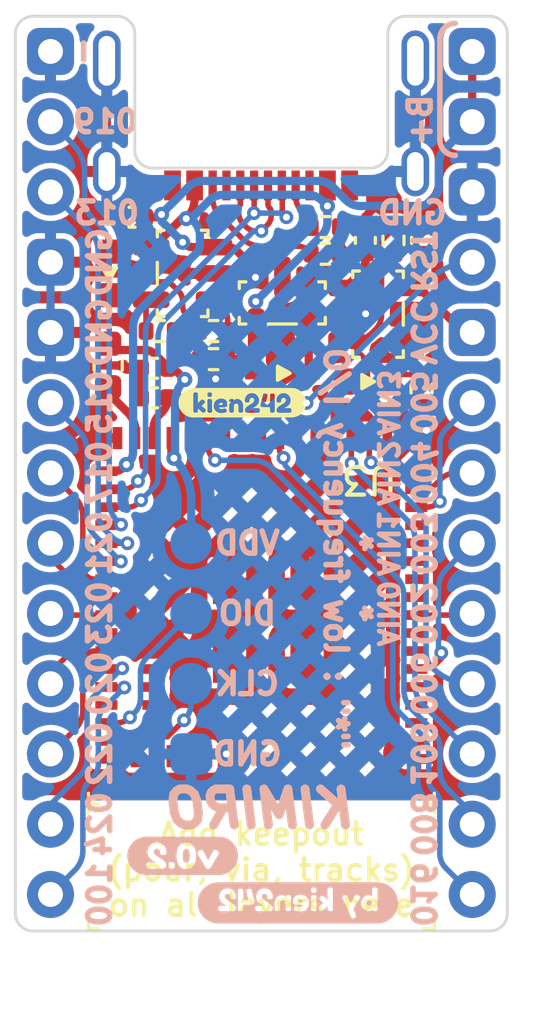
<source format=kicad_pcb>
(kicad_pcb (version 20211014) (generator pcbnew)
  (layers (0 "F.Cu" signal) (31 "B.Cu" signal) (34 "B.Paste" user) (35 "F.Paste" user) (36 "B.SilkS" user "B.Silkscreen") (37 "F.SilkS" user "F.Silkscreen") (38 "B.Mask" user) (39 "F.Mask" user) (44 "Edge.Cuts" user))
  (net 0 "")
  (net 1 "VBUS")
  (net 2 "GND")
  (net 3 "VDDH")
  (net 4 "VBAT")
  (net 6 "VCC")
  (net 7 "Net-(D2-Pad1)")
  (net 8 "Net-(J2-PadA5)")
  (net 9 "D+")
  (net 10 "D-")
  (net 12 "Net-(J2-PadB5)")
  (net 14 "DCCH")
  (net 15 "POWER_PIN")
  (net 16 "SWCLK")
  (net 17 "SWDIO")
  (net 31 "RST")
  (net 44 "VDD")
  (net 45 "LED")
  (net 48 "Net-(D3-Pad1)")
  (net 49 "Net-(R4-Pad2)")
  (net 50 "Net-(R5-Pad1)")
  (net 52 "019")
  (net 53 "013")
  (net 54 "015")
  (net 55 "017")
  (net 56 "021")
  (net 57 "023")
  (net 58 "020")
  (net 59 "022")
  (net 60 "024")
  (net 61 "100")
  (net 62 "005")
  (net 63 "004")
  (net 64 "003")
  (net 65 "002")
  (net 66 "006")
  (net 67 "108")
  (net 68 "008")
  (net 69 "016")
  (footprint "Diode_SMD:D_SOD-323" (layer "F.Cu") (at 76.962 45.9232 180)
    (fp_text reference "D1")
    (fp_text value "1N5819")
  )
  (footprint "Resistor_SMD:R_0402_1005Metric" (layer "F.Cu") (at 78.5114 40.64)
    (fp_text reference "R1")
    (fp_text value "5.1K")
  )
  (footprint "kibuzzard-62E24B57" (layer "F.Cu") (at 75.5142 46.99)
    (fp_text reference "kibuzzard-62E24B57" hide)
    (fp_text value "G***" hide)
  )
  (footprint "Inductor_SMD:L_0603_1608Metric" (layer "F.Cu") (at 70.6628 45.6438 90)
    (fp_text reference "L1")
    (fp_text value "10uH")
  )
  (footprint "Capacitor_SMD:C_0402_1005Metric" (layer "F.Cu") (at 72.3392 45.7454 180)
    (fp_text reference "C7")
    (fp_text value "10uF")
  )
  (footprint "Resistor_SMD:R_0402_1005Metric" (layer "F.Cu") (at 81.9912 46.482 90)
    (fp_text reference "R11")
    (fp_text value "1K")
  )
  (footprint "Resistor_SMD:R_0402_1005Metric" (layer "F.Cu") (at 72.5424 44.3992)
    (fp_text reference "R5")
    (fp_text value "RPROG")
  )
  (footprint "kien242:USB-C-Low" (layer "F.Cu") (at 76.1894 38.6265)
    (fp_text reference "J2")
    (fp_text value "USB_C_Left")
  )
  (footprint "Resistor_SMD:R_0402_1005Metric" (layer "F.Cu") (at 78.5114 41.6052 180)
    (fp_text reference "R2")
    (fp_text value "5.1K")
  )
  (footprint "LED_SMD:LED_0603_1608Metric" (layer "F.Cu") (at 70.7136 42.3164 90)
    (fp_text reference "D3")
    (fp_text value "BLUE")
  )
  (footprint "Resistor_SMD:R_0402_1005Metric" (layer "F.Cu") (at 80.9752 41.1226 -90)
    (fp_text reference "R10")
    (fp_text value "10K")
  )
  (footprint "Package_TO_SOT_SMD:SOT-23-5" (layer "F.Cu") (at 73.3552 42.3164 180)
    (fp_text reference "U1")
    (fp_text value "TP4054")
  )
  (footprint "LED_SMD:LED_0603_1608Metric" (layer "F.Cu") (at 80.0354 46.228 180)
    (fp_text reference "D2")
    (fp_text value "BLUE")
  )
  (footprint "Package_TO_SOT_SMD:SOT-23" (layer "F.Cu") (at 76.962 43.3832 90)
    (fp_text reference "Q1")
    (fp_text value "AO3407")
  )
  (footprint "Capacitor_SMD:C_0402_1005Metric" (layer "F.Cu") (at 72.3392 46.8122 180)
    (fp_text reference "C8")
    (fp_text value "0.1uF")
  )
  (footprint "Capacitor_SMD:C_0402_1005Metric" (layer "F.Cu") (at 79.9592 41.1226 -90)
    (fp_text reference "C5")
    (fp_text value "10uF")
  )
  (footprint "Package_TO_SOT_SMD:SOT-23-5" (layer "F.Cu") (at 80.4164 43.7896)
    (fp_text reference "U4")
    (fp_text value "XC6220B331MR")
  )
  (footprint "Resistor_SMD:R_0402_1005Metric" (layer "F.Cu") (at 74.4728 44.3992)
    (fp_text reference "R4")
    (fp_text value "1K")
  )
  (footprint "kien242:MS88SF3-nRF52840" (layer "F.Cu") (at 76.2 56.769 180)
    (fp_text reference "U3")
    (fp_text value "MS88FS3")
  )
  (footprint "Kimiro-library:Conn_1x13_P2.54mm" (layer "F.Cu") (at 83.82 34.29)
    (fp_text reference "J4")
    (fp_text value "Right")
  )
  (footprint "Capacitor_SMD:C_0402_1005Metric" (layer "F.Cu") (at 81.9912 41.1226 -90)
    (fp_text reference "C6")
    (fp_text value "4.7uF")
  )
  (footprint "Capacitor_SMD:C_0402_1005Metric" (layer "F.Cu") (at 71.5264 40.2844 180)
    (fp_text reference "C1")
    (fp_text value "10nF")
  )
  (footprint "Kimiro-library:Conn_1x13_P2.54mm" (layer "F.Cu") (at 68.58 34.29)
    (fp_text reference "J3")
    (fp_text value "Left")
  )
  (footprint "Resistor_SMD:R_0402_1005Metric" (layer "F.Cu") (at 74.4728 45.4152 180)
    (fp_text reference "R3")
    (fp_text value "R")
  )
  (footprint "kibuzzard-62E126A5" (layer "B.Cu") (at 73.3552 63.373 180)
    (fp_text reference "kibuzzard-62E126A5" hide)
    (fp_text value "G***" hide)
  )
  (footprint "kibuzzard-62E129EE" (layer "B.Cu") (at 77.5208 65.0748 180)
    (fp_text reference "kibuzzard-62E129EE" hide)
    (fp_text value "G***" hide)
  )
  (footprint "Kimiro-library:Conn_1x04_P2.54mm" (layer "B.Cu") (at 73.66 55.88 90)
    (fp_text reference "J1")
    (fp_text value "Conn_01x04")
  )
  (gr_line (start 82.6516 37.4904) (end 82.6516 33.8328) (layer "B.SilkS") (width 0.2))
  (gr_arc (start 83.2104 38.0492) (mid 82.815269 37.885531) (end 82.6516 37.4904) (layer "B.SilkS") (width 0.2))
  (gr_arc (start 82.6516 33.8328) (mid 82.815269 33.437669) (end 83.2104 33.274) (layer "B.SilkS") (width 0.2))
  (gr_arc (start 70.993 33.02) (mid 71.442013 33.205987) (end 71.628 33.655) (layer "Edge.Cuts") (width 0.1))
  (gr_line (start 67.31 65.4558) (end 67.31 33.655) (layer "Edge.Cuts") (width 0.1))
  (gr_arc (start 85.09 65.4558) (mid 84.904013 65.904813) (end 84.455 66.0908) (layer "Edge.Cuts") (width 0.1))
  (gr_line (start 81.407 33.02) (end 84.455 33.02) (layer "Edge.Cuts") (width 0.1))
  (gr_line (start 85.09 62.468) (end 85.09 36.592) (layer "Edge.Cuts") (width 0.1))
  (gr_arc (start 80.772 33.655) (mid 80.957987 33.205987) (end 81.407 33.02) (layer "Edge.Cuts") (width 0.1))
  (gr_line (start 80.772 33.655) (end 80.772 37.8714) (layer "Edge.Cuts") (width 0.1))
  (gr_arc (start 80.772 37.8714) (mid 80.586013 38.320413) (end 80.137 38.5064) (layer "Edge.Cuts") (width 0.1))
  (gr_line (start 85.09 62.468) (end 85.09 65.4558) (layer "Edge.Cuts") (width 0.1))
  (gr_line (start 67.945 66.0908) (end 84.455 66.0908) (layer "Edge.Cuts") (width 0.1))
  (gr_line (start 72.263 38.5064) (end 80.137 38.5064) (layer "Edge.Cuts") (width 0.1))
  (gr_line (start 70.993 33.02) (end 67.945 33.02) (layer "Edge.Cuts") (width 0.1))
  (gr_arc (start 67.31 33.655) (mid 67.495987 33.205987) (end 67.945 33.02) (layer "Edge.Cuts") (width 0.1))
  (gr_arc (start 72.263 38.5064) (mid 71.813987 38.320413) (end 71.628 37.8714) (layer "Edge.Cuts") (width 0.1))
  (gr_line (start 71.628 33.655) (end 71.628 37.8714) (layer "Edge.Cuts") (width 0.1))
  (gr_arc (start 84.455 33.02) (mid 84.904013 33.205987) (end 85.09 33.655) (layer "Edge.Cuts") (width 0.1))
  (gr_arc (start 67.945 66.0908) (mid 67.495987 65.904813) (end 67.31 65.4558) (layer "Edge.Cuts") (width 0.1))
  (gr_line (start 85.09 36.592) (end 85.09 33.655) (layer "Edge.Cuts") (width 0.1))
  (gr_text "RST" (at 82.042 41.91 270) (layer "B.SilkS") (effects (font (size 0.8 0.8) (thickness 0.2)) (justify mirror)))
  (gr_text "*" (at 80.264 54.61 90) (layer "B.SilkS") (effects (font (size 0.8 0.8) (thickness 0.2)) (justify mirror)))
  (gr_text "108" (at 82.042 59.69 270) (layer "B.SilkS") (effects (font (size 0.8 0.8) (thickness 0.2)) (justify mirror)))
  (gr_text "AIN2" (at 80.772 49.53 270) (layer "B.SilkS") (effects (font (size 0.7 0.7) (thickness 0.175)) (justify mirror)))
  (gr_text "006" (at 82.042 57.15 270) (layer "B.SilkS") (effects (font (size 0.8 0.8) (thickness 0.2)) (justify mirror)))
  (gr_text "022" (at 70.358 59.69 90) (layer "B.SilkS") (effects (font (size 0.8 0.8) (thickness 0.2)) (justify mirror)))
  (gr_text "GND" (at 70.358 41.91 90) (layer "B.SilkS") (effects (font (size 0.8 0.8) (thickness 0.2)) (justify mirror)))
  (gr_text "024" (at 70.358 62.23 90) (layer "B.SilkS") (effects (font (size 0.8 0.8) (thickness 0.2)) (justify mirror)))
  (gr_text "016\n" (at 82.042 64.77 270) (layer "B.SilkS") (effects (font (size 0.8 0.8) (thickness 0.2)) (justify mirror)))
  (gr_text "015\n" (at 70.358 46.99 90) (layer "B.SilkS") (effects (font (size 0.8 0.8) (thickness 0.2)) (justify mirror)))
  (gr_text "CLK" (at 75.692 57.15) (layer "B.SilkS") (effects (font (size 0.8 0.8) (thickness 0.2)) (justify mirror)))
  (gr_text "017" (at 70.358 49.53 90) (layer "B.SilkS") (effects (font (size 0.8 0.8) (thickness 0.2)) (justify mirror)))
  (gr_text "005" (at 82.042 46.99 270) (layer "B.SilkS") (effects (font (size 0.8 0.8) (thickness 0.2)) (justify mirror)))
  (gr_text "{dblquote}*{dblquote} : low frequency I/O" (at 78.8924 52.2732 270) (layer "B.SilkS") (effects (font (size 0.8 0.8) (thickness 0.2)) (justify mirror)))
  (gr_text "002" (at 82.042 54.61 270) (layer "B.SilkS") (effects (font (size 0.8 0.8) (thickness 0.2)) (justify mirror)))
  (gr_text "B+" (at 81.9404 36.7792 90) (layer "B.SilkS") (effects (font (size 0.8 0.8) (thickness 0.2)) (justify mirror)))
  (gr_text "VDD" (at 75.692 52.07) (layer "B.SilkS") (effects (font (size 0.8 0.8) (thickness 0.2)) (justify mirror)))
  (gr_text "DIO" (at 75.692 54.61) (layer "B.SilkS") (effects (font (size 0.8 0.8) (thickness 0.2)) (justify mirror)))
  (gr_text "023" (at 70.358 54.61 90) (layer "B.SilkS") (effects (font (size 0.8 0.8) (thickness 0.2)) (justify mirror)))
  (gr_text "-" (at 69.723 34.29 90) (layer "B.SilkS") (effects (font (size 0.8 0.8) (thickness 0.2)) (justify mirror)))
  (gr_text "GND" (at 81.661 40.12695) (layer "B.SilkS") (effects (font (size 0.8 0.8) (thickness 0.2)) (justify mirror)))
  (gr_text "VCC" (at 82.042 44.45 270) (layer "B.SilkS") (effects (font (size 0.8 0.8) (thickness 0.2)) (justify mirror)))
  (gr_text "004" (at 82.042 49.53 270) (layer "B.SilkS") (effects (font (size 0.8 0.8) (thickness 0.2)) (justify mirror)))
  (gr_text "021" (at 70.358 52.07 90) (layer "B.SilkS") (effects (font (size 0.8 0.8) (thickness 0.2)) (justify mirror)))
  (gr_text "008" (at 82.042 62.23 270) (layer "B.SilkS") (effects (font (size 0.8 0.8) (thickness 0.2)) (justify mirror)))
  (gr_text "GND" (at 75.692 59.69) (layer "B.SilkS") (effects (font (size 0.8 0.8) (thickness 0.2)) (justify mirror)))
  (gr_text "003" (at 82.042 52.07 270) (layer "B.SilkS") (effects (font (size 0.8 0.8) (thickness 0.2)) (justify mirror)))
  (gr_text "*" (at 80.264 52.07 90) (layer "B.SilkS") (effects (font (size 0.8 0.8) (thickness 0.2)) (justify mirror)))
  (gr_text "AIN0" (at 80.772 54.61 270) (layer "B.SilkS") (effects (font (size 0.7 0.7) (thickness 0.175)) (justify mirror)))
  (gr_text "013\n" (at 70.612 40.132) (layer "B.SilkS") (effects (font (size 0.8 0.8) (thickness 0.2)) (justify mirror)))
  (gr_text "AIN1" (at 80.772 52.07 270) (layer "B.SilkS") (effects (font (size 0.7 0.7) (thickness 0.175)) (justify mirror)))
  (gr_text "020" (at 70.358 57.15 90) (layer "B.SilkS") (effects (font (size 0.8 0.8) (thickness 0.2)) (justify mirror)))
  (gr_text "KIMIRO" (at 76.2 61.6712) (layer "B.SilkS") (effects (font (size 1.3 1.3) (thickness 0.325) italic) (justify mirror)))
  (gr_text "100" (at 70.358 64.77 90) (layer "B.SilkS") (effects (font (size 0.8 0.8) (thickness 0.2)) (justify mirror)))
  (gr_text "GND" (at 70.358 44.45 90) (layer "B.SilkS") (effects (font (size 0.8 0.8) (thickness 0.2)) (justify mirror)))
  (gr_text "019" (at 70.5612 36.83) (layer "B.SilkS") (effects (font (size 0.8 0.8) (thickness 0.2)) (justify mirror)))
  (gr_text "AIN3" (at 80.772 46.99 270) (layer "B.SilkS") (effects (font (size 0.7 0.7) (thickness 0.175)) (justify mirror)))
  (segment (start 73.7894 39.613786) (end 73.7894 39.1345) (width 0.3) (layer "F.Cu") (net 1))
  (segment (start 73.4822 40.3352) (end 73.496507 40.320893) (width 0.3) (layer "F.Cu") (net 1))
  (segment (start 73.323931 40.3352) (end 72.292731 41.3664) (width 0.3) (layer "F.Cu") (net 1))
  (segment (start 72.292731 41.3664) (end 71.0793 41.3664) (width 0.3) (layer "F.Cu") (net 1))
  (segment (start 71.0793 41.3664) (end 70.7136 41.7321) (width 0.3) (layer "F.Cu") (net 1))
  (segment (start 78.5876 39.1363) (end 78.5894 39.1345) (width 0.3) (layer "F.Cu") (net 1))
  (segment (start 76.012 44.3207) (end 76.012 45.3746) (width 0.3) (layer "F.Cu") (net 1))
  (segment (start 76.012 45.874) (end 75.912 45.974) (width 0.3) (layer "F.Cu") (net 1))
  (segment (start 71.3232 49.2252) (end 71.225846 49.322554) (width 0.3) (layer "F.Cu") (net 1))
  (segment (start 78.5876 39.878) (end 78.5876 39.1363) (width 0.3) (layer "F.Cu") (net 1))
  (segment (start 75.9714 45.4152) (end 76.012 45.3746) (width 0.3) (layer "F.Cu") (net 1))
  (segment (start 70.872293 49.469) (end 70.6 49.469) (width 0.3) (layer "F.Cu") (net 1))
  (segment (start 76.012 43.3476) (end 76.012 44.3207) (width 0.3) (layer "F.Cu") (net 1))
  (segment (start 76.012 45.3746) (end 76.012 45.874) (width 0.3) (layer "F.Cu") (net 1))
  (segment (start 74.9828 45.4152) (end 75.9714 45.4152) (width 0.3) (layer "F.Cu") (net 1))
  (segment (start 75.9968 43.3324) (end 76.012 43.3476) (width 0.3) (layer "F.Cu") (net 1))
  (segment (start 73.4822 40.3352) (end 73.323931 40.3352) (width 0.3) (layer "F.Cu") (net 1))
  (via (at 75.9968 43.3324) (size 0.55) (drill 0.25) (layers "F.Cu" "B.Cu") (net 1))
  (via (at 78.5876 39.878) (size 0.55) (drill 0.25) (layers "F.Cu" "B.Cu") (net 1))
  (via (at 71.3232 49.2252) (size 0.55) (drill 0.25) (layers "F.Cu" "B.Cu") (net 1))
  (via (at 73.4822 40.3352) (size 0.55) (drill 0.25) (layers "F.Cu" "B.Cu") (net 1))
  (arc (start 70.872293 49.469) (mid 71.063634 49.43094) (end 71.225846 49.322554) (width 0.3) (layer "F.Cu") (net 1))
  (arc (start 73.7894 39.613786) (mid 73.71328 39.996469) (end 73.496507 40.320893) (width 0.3) (layer "F.Cu") (net 1))
  (segment (start 74.83426 39.4716) (end 77.5462 39.4716) (width 0.3) (layer "B.Cu") (net 1))
  (segment (start 73.4822 40.3352) (end 73.66 40.3352) (width 0.3) (layer "B.Cu") (net 1))
  (segment (start 71.419336 49.129064) (end 71.3232 49.2252) (width 0.3) (layer "B.Cu") (net 1))
  (segment (start 73.832649 41.599693) (end 71.858676 43.573666) (width 0.3) (layer "B.Cu") (net 1))
  (segment (start 73.979096 40.964956) (end 73.979096 41.246139) (width 0.3) (layer "B.Cu") (net 1))
  (segment (start 78.5876 40.43094) (end 78.5876 39.878) (width 0.3) (layer "B.Cu") (net 1))
  (segment (start 77.5462 39.4716) (end 77.87054 39.4716) (width 0.3) (layer "B.Cu") (net 1))
  (segment (start 78.40087 39.69127) (end 78.5876 39.878) (width 0.3) (layer "B.Cu") (net 1))
  (segment (start 71.565783 44.280773) (end 71.565783 48.77551) (width 0.3) (layer "B.Cu") (net 1))
  (segment (start 77.5462 39.4716) (end 77.5716 39.4716) (width 0.3) (layer "B.Cu") (net 1))
  (segment (start 73.66 40.3352) (end 74.30393 39.69127) (width 0.3) (layer "B.Cu") (net 1))
  (segment (start 73.66 40.3352) (end 73.759426 40.434626) (width 0.3) (layer "B.Cu") (net 1))
  (segment (start 75.9968 43.3324) (end 78.36793 40.96127) (width 0.3) (layer "B.Cu") (net 1))
  (arc (start 73.979096 40.964956) (mid 73.922006 40.677943) (end 73.759426 40.434626) (width 0.3) (layer "B.Cu") (net 1))
  (arc (start 74.30393 39.69127) (mid 74.547247 39.52869) (end 74.83426 39.4716) (width 0.3) (layer "B.Cu") (net 1))
  (arc (start 71.419336 49.129064) (mid 71.527723 48.966852) (end 71.565783 48.77551) (width 0.3) (layer "B.Cu") (net 1))
  (arc (start 78.5876 40.43094) (mid 78.53051 40.717953) (end 78.36793 40.96127) (width 0.3) (layer "B.Cu") (net 1))
  (arc (start 77.87054 39.4716) (mid 78.157553 39.52869) (end 78.40087 39.69127) (width 0.3) (layer "B.Cu") (net 1))
  (arc (start 73.979096 41.246139) (mid 73.941036 41.437481) (end 73.832649 41.599693) (width 0.3) (layer "B.Cu") (net 1))
  (arc (start 71.565783 44.280773) (mid 71.641903 43.89809) (end 71.858676 43.573666) (width 0.3) (layer "B.Cu") (net 1))
  (segment (start 75.987011 42.459011) (end 75.8444 42.3164) (width 0.3) (layer "F.Cu") (net 2))
  (segment (start 81.7644 38.6305) (end 81.7644 34.6305) (width 0.3) (layer "F.Cu") (net 2))
  (segment (start 81.9912 40.6426) (end 81.9912 40.386) (width 0.3) (layer "F.Cu") (net 2))
  (segment (start 74.546836 46.130211) (end 74.293695 46.130211) (width 0.3) (layer "F.Cu") (net 2))
  (segment (start 73.9628 45.4152) (end 73.841707 45.4152) (width 0.3) (layer "F.Cu") (net 2))
  (segment (start 73.9394 45.4386) (end 73.9628 45.4152) (width 0.3) (layer "F.Cu") (net 2))
  (segment (start 73.0524 44.625893) (end 73.0524 44.3992) (width 0.3) (layer "F.Cu") (net 2))
  (segment (start 79.2281 43.7896) (end 79.956367 43.7896) (width 0.3) (layer "F.Cu") (net 2))
  (segment (start 74.293695 46.130211) (end 73.9394 45.775916) (width 0.3) (layer "F.Cu") (net 2))
  (segment (start 81.7361 38.6588) (end 80.9244 38.6588) (width 0.3) (layer "F.Cu") (net 2))
  (segment (start 81.9912 40.0304) (end 81.9658 40.005) (width 0.3) (layer "F.Cu") (net 2))
  (segment (start 79.956367 43.7896) (end 79.9689 43.777067) (width 0.3) (layer "F.Cu") (net 2))
  (segment (start 71.9513 39.1345) (end 71.4473 38.6305) (width 0.3) (layer "F.Cu") (net 2))
  (segment (start 73.488153 45.268753) (end 73.198846 44.979446) (width 0.3) (layer "F.Cu") (net 2))
  (segment (start 70.612 40.2844) (end 70.5612 40.2336) (width 0.3) (layer "F.Cu") (net 2))
  (segment (start 81.6102 40.005) (end 81.4324 40.005) (width 0.3) (layer "F.Cu") (net 2))
  (segment (start 81.4 48.6988) (end 80.8736 49.2252) (width 0.3) (layer "F.Cu") (net 2))
  (segment (start 81.9912 40.386) (end 81.6102 40.005) (width 0.3) (layer "F.Cu") (net 2))
  (segment (start 82.166359 48.084841) (end 81.9822 48.269) (width 0.3) (layer "F.Cu") (net 2))
  (segment (start 73.9394 45.775916) (end 73.9394 45.4386) (width 0.3) (layer "F.Cu") (net 2))
  (segment (start 70.6144 40.1804) (end 70.6144 38.6305) (width 0.3) (layer "F.Cu") (net 2))
  (segment (start 82.166359 47.991945) (end 82.166359 48.084841) (width 0.3) (layer "F.Cu") (net 2))
  (segment (start 70.6144 38.6305) (end 70.6144 34.6305) (width 0.3) (layer "F.Cu") (net 2))
  (segment (start 80.4487 39.1345) (end 80.0285 39.1345) (width 0.3) (layer "F.Cu") (net 2))
  (segment (start 80.038 39.144) (end 80.0285 39.1345) (width 0.3) (layer "F.Cu") (net 2))
  (segment (start 71.8592 46.8122) (end 71.8592 45.7454) (width 0.3) (layer "F.Cu") (net 2))
  (segment (start 75.8444 42.3164) (end 74.4927 42.3164) (width 0.3) (layer "F.Cu") (net 2))
  (segment (start 71.4473 38.6305) (end 70.6144 38.6305) (width 0.3) (layer "F.Cu") (net 2))
  (segment (start 79.3894 39.1345) (end 80.0285 39.1345) (width 0.3) (layer "F.Cu") (net 2))
  (segment (start 72.9894 39.1345) (end 71.9513 39.1345) (width 0.3) (layer "F.Cu") (net 2))
  (segment (start 79.9592 40.259) (end 80.264 39.9542) (width 0.3) (layer "F.Cu") (net 2))
  (segment (start 80.9244 38.6588) (end 80.4487 39.1345) (width 0.3) (layer "F.Cu") (net 2))
  (segment (start 70.9168 40.2844) (end 70.612 40.2844) (width 0.3) (layer "F.Cu") (net 2))
  (segment (start 70.5612 40.2336) (end 70.6144 40.1804) (width 0.3) (layer "F.Cu") (net 2))
  (segment (start 81.7644 38.6305) (end 81.7361 38.6588) (width 0.3) (layer "F.Cu") (net 2))
  (segment (start 81.6102 40.005) (end 81.9658 40.005) (width 0.3) (layer "F.Cu") (net 2))
  (segment (start 81.4 48.269) (end 81.4 48.6988) (width 0.3) (layer "F.Cu") (net 2))
  (segment (start 81.9822 48.269) (end 81.4 48.269) (width 0.3) (layer "F.Cu") (net 2))
  (segment (start 79.9592 40.6426) (end 79.9592 40.259) (width 0.3) (layer "F.Cu") (net 2))
  (via (at 74.546836 46.130211) (size 0.55) (drill 0.25) (layers "F.Cu" "B.Cu") (net 2))
  (via (at 79.9689 43.777067) (size 0.55) (drill 0.25) (layers "F.Cu" "B.Cu") (net 2))
  (via (at 82.166359 47.991945) (size 0.55) (drill 0.25) (layers "F.Cu" "B.Cu") (net 2))
  (via (at 74.93 59.69) (size 0.5) (drill 0.25) (layers "F.Cu" "B.Cu") (net 2))
  (via (at 75.987011 42.459011) (size 0.55) (drill 0.25) (layers "F.Cu" "B.Cu") (net 2))
  (arc (start 73.198846 44.979446) (mid 73.09046 44.817234) (end 73.0524 44.625893) (width 0.3) (layer "F.Cu") (net 2))
  (arc (start 73.488153 45.268753) (mid 73.650365 45.37714) (end 73.841707 45.4152) (width 0.3) (layer "F.Cu") (net 2))
  (segment (start 68.58 44.45) (end 68.58 41.91) (width 0.3) (layer "B.Cu") (net 2))
  (segment (start 77.912 43.478507) (end 77.912 44.3207) (width 0.3) (layer "F.Cu") (net 3))
  (segment (start 72.8192 46.8122) (end 76.55248 46.8122) (width 0.3) (layer "F.Cu") (net 3))
  (segment (start 79.2281 42.8396) (end 79.682682 42.385018) (width 0.3) (layer "F.Cu") (net 3))
  (segment (start 72.601844 47.336956) (end 72.51967 47.41913) (width 0.3) (layer "F.Cu") (net 3))
  (segment (start 78.197353 42.986047) (end 78.058446 43.124954) (width 0.3) (layer "F.Cu") (net 3))
  (segment (start 79.2789 42.8396) (end 78.550907 42.8396) (width 0.3) (layer "F.Cu") (net 3))
  (segment (start 77.912 44.3207) (end 77.912 45.874) (width 0.3) (layer "F.Cu") (net 3))
  (segment (start 80.966765 40.638) (end 81.0768 40.638) (width 0.3) (layer "F.Cu") (net 3))
  (segment (start 77.61314 46.37286) (end 78.012 45.974) (width 0.3) (layer "F.Cu") (net 3))
  (segment (start 80.01 41.594765) (end 80.966765 40.638) (width 0.3) (layer "F.Cu") (net 3))
  (segment (start 77.912 45.874) (end 78.012 45.974) (width 0.3) (layer "F.Cu") (net 3))
  (segment (start 72.3 47.94946) (end 72.3 48.269) (width 0.3) (layer "F.Cu") (net 3))
  (arc (start 78.058446 43.124954) (mid 77.95006 43.287166) (end 77.912 43.478507) (width 0.3) (layer "F.Cu") (net 3))
  (arc (start 80.01 41.594765) (mid 79.924933 42.022464) (end 79.682682 42.385018) (width 0.3) (layer "F.Cu") (net 3))
  (arc (start 72.51967 47.41913) (mid 72.35709 47.662447) (end 72.3 47.94946) (width 0.3) (layer "F.Cu") (net 3))
  (arc (start 76.55248 46.8122) (mid 77.126505 46.698019) (end 77.61314 46.37286) (width 0.3) (layer "F.Cu") (net 3))
  (arc (start 78.197353 42.986047) (mid 78.359565 42.87766) (end 78.550907 42.8396) (width 0.3) (layer "F.Cu") (net 3))
  (arc (start 72.8192 46.8122) (mid 72.762711 47.096201) (end 72.601844 47.336956) (width 0.3) (layer "F.Cu") (net 3))
  (segment (start 74.4927 41.3664) (end 73.738652 41.3664) (width 0.3) (layer "F.Cu") (net 4))
  (segment (start 72.593177 40.182777) (end 72.491554 40.2844) (width 0.3) (layer "F.Cu") (net 4))
  (segment (start 83.82 34.29) (end 83.82 36.83) (width 0.3) (layer "F.Cu") (net 4))
  (segment (start 76.321772 41.781679) (end 75.806182 41.781679) (width 0.3) (layer "F.Cu") (net 4))
  (segment (start 75.452628 41.635232) (end 75.330244 41.512847) (width 0.3) (layer "F.Cu") (net 4))
  (segment (start 72.491554 40.2844) (end 72.1588 40.2844) (width 0.3) (layer "F.Cu") (net 4))
  (segment (start 74.97669 41.3664) (end 74.4927 41.3664) (width 0.3) (layer "F.Cu") (net 4))
  (segment (start 76.962 42.4457) (end 76.962 42.2148) (width 0.3) (layer "F.Cu") (net 4))
  (segment (start 76.962 42.2148) (end 76.675325 41.928125) (width 0.3) (layer "F.Cu") (net 4))
  (segment (start 73.38513 41.219953) (end 73.354096 41.188919) (width 0.3) (layer "F.Cu") (net 4))
  (via (at 72.593177 40.182777) (size 0.55) (drill 0.25) (layers "F.Cu" "B.Cu") (net 4))
  (via (at 73.354096 41.188919) (size 0.55) (drill 0.25) (layers "F.Cu" "B.Cu") (net 4))
  (arc (start 76.675325 41.928125) (mid 76.513113 41.819739) (end 76.321772 41.781679) (width 0.3) (layer "F.Cu") (net 4))
  (arc (start 73.738652 41.3664) (mid 73.547334 41.328343) (end 73.38513 41.219953) (width 0.3) (layer "F.Cu") (net 4))
  (arc (start 75.452628 41.635232) (mid 75.61484 41.743619) (end 75.806182 41.781679) (width 0.3) (layer "F.Cu") (net 4))
  (arc (start 74.97669 41.3664) (mid 75.168032 41.40446) (end 75.330244 41.512847) (width 0.3) (layer "F.Cu") (net 4))
  (segment (start 72.593177 40.428) (end 73.354096 41.188919) (width 0.3) (layer "B.Cu") (net 4))
  (segment (start 82.262929 39.734053) (end 82.467954 39.529028) (width 0.3) (layer "B.Cu") (net 4))
  (segment (start 72.593177 40.182777) (end 72.593177 40.428) (width 0.3) (layer "B.Cu") (net 4))
  (segment (start 81.412318 39.8805) (end 81.909375 39.8805) (width 0.3) (layer "B.Cu") (net 4))
  (segment (start 72.593177 40.162539) (end 73.564446 39.19127) (width 0.3) (layer "B.Cu") (net 4))
  (segment (start 82.6144 39.175475) (end 82.6144 38.34626) (width 0.3) (layer "B.Cu") (net 4))
  (segment (start 82.83407 37.81593) (end 83.82 36.83) (width 0.3) (layer "B.Cu") (net 4))
  (segment (start 78.784754 39.19127) (end 79.251814 39.65833) (width 0.3) (layer "B.Cu") (net 4))
  (segment (start 81.409818 39.878) (end 81.412318 39.8805) (width 0.3) (layer "B.Cu") (net 4))
  (segment (start 79.782144 39.878) (end 81.409818 39.878) (width 0.3) (layer "B.Cu") (net 4))
  (segment (start 74.094776 38.9716) (end 78.254424 38.9716) (width 0.3) (layer "B.Cu") (net 4))
  (segment (start 72.593177 40.182777) (end 72.593177 40.162539) (width 0.3) (layer "B.Cu") (net 4))
  (arc (start 82.83407 37.81593) (mid 82.67149 38.059247) (end 82.6144 38.34626) (width 0.3) (layer "B.Cu") (net 4))
  (arc (start 79.251814 39.65833) (mid 79.495131 39.82091) (end 79.782144 39.878) (width 0.3) (layer "B.Cu") (net 4))
  (arc (start 81.909375 39.8805) (mid 82.100717 39.84244) (end 82.262929 39.734053) (width 0.3) (layer "B.Cu") (net 4))
  (arc (start 82.467954 39.529028) (mid 82.57634 39.366816) (end 82.6144 39.175475) (width 0.3) (layer "B.Cu") (net 4))
  (arc (start 78.784754 39.19127) (mid 78.541437 39.02869) (end 78.254424 38.9716) (width 0.3) (layer "B.Cu") (net 4))
  (arc (start 74.094776 38.9716) (mid 73.807763 39.02869) (end 73.564446 39.19127) (width 0.3) (layer "B.Cu") (net 4))
  (segment (start 83.5152 44.45) (end 83.82 44.45) (width 0.3) (layer "F.Cu") (net 6))
  (segment (start 81.5031 42.8396) (end 81.7982 42.8396) (width 0.3) (layer "F.Cu") (net 6))
  (segment (start 81.5031 42.8396) (end 81.9048 42.8396) (width 0.3) (layer "F.Cu") (net 6))
  (segment (start 81.9048 42.8396) (end 83.5152 44.45) (width 0.3) (layer "F.Cu") (net 6))
  (segment (start 81.9912 41.6026) (end 81.9912 42.6466) (width 0.3) (layer "F.Cu") (net 6))
  (segment (start 81.7982 42.8396) (end 81.9912 42.6466) (width 0.3) (layer "F.Cu") (net 6))
  (segment (start 81.0027 45.972) (end 80.8483 46.1264) (width 0.2) (layer "F.Cu") (net 7))
  (segment (start 81.9912 45.972) (end 81.0027 45.972) (width 0.2) (layer "F.Cu") (net 7))
  (segment (start 77.976 40.64) (end 78.0776 40.64) (width 0.2) (layer "F.Cu") (net 8))
  (segment (start 77.65907 40.060552) (end 77.976 40.377482) (width 0.2) (layer "F.Cu") (net 8))
  (segment (start 77.976 40.377482) (end 77.976 40.64) (width 0.2) (layer "F.Cu") (net 8))
  (segment (start 77.4394 39.1345) (end 77.4394 39.530222) (width 0.2) (layer "F.Cu") (net 8))
  (arc (start 77.4394 39.530222) (mid 77.49649 39.817235) (end 77.65907 40.060552) (width 0.2) (layer "F.Cu") (net 8))
  (segment (start 75.659472 40.639993) (end 75.544109 40.52463) (width 0.2) (layer "F.Cu") (net 9))
  (segment (start 76.5556 40.087176) (end 76.5556 40.216498) (width 0.2) (layer "F.Cu") (net 9))
  (segment (start 75.383161 40.136066) (end 75.383161 39.948216) (width 0.2) (layer "F.Cu") (net 9))
  (segment (start 76.4394 39.806645) (end 76.4394 39.3055) (width 0.2) (layer "F.Cu") (net 9))
  (segment (start 76.201906 40.781679) (end 76.001532 40.781679) (width 0.2) (layer "F.Cu") (net 9))
  (segment (start 71.391915 50.769) (end 70.6 50.769) (width 0.2) (layer "F.Cu") (net 9))
  (segment (start 71.852031 50.515991) (end 71.745468 50.622554) (width 0.2) (layer "F.Cu") (net 9))
  (segment (start 75.4394 39.812444) (end 75.4394 39.3055) (width 0.2) (layer "F.Cu") (net 9))
  (segment (start 76.201906 40.781679) (end 76.406056 40.577528) (width 0.2) (layer "F.Cu") (net 9))
  (via (at 71.852031 50.515991) (size 0.5) (drill 0.25) (layers "F.Cu" "B.Cu") (net 9))
  (via (at 76.201906 40.781679) (size 0.5) (drill 0.25) (layers "F.Cu" "B.Cu") (net 9))
  (arc (start 75.659472 40.639993) (mid 75.81641 40.744856) (end 76.001532 40.781679) (width 0.2) (layer "F.Cu") (net 9))
  (arc (start 76.406056 40.577528) (mid 76.516734 40.411886) (end 76.5556 40.216498) (width 0.2) (layer "F.Cu") (net 9))
  (arc (start 76.4975 39.946911) (mid 76.454499 39.882556) (end 76.4394 39.806645) (width 0.2) (layer "F.Cu") (net 9))
  (arc (start 76.5556 40.087176) (mid 76.5405 40.011265) (end 76.4975 39.946911) (width 0.2) (layer "F.Cu") (net 9))
  (arc (start 75.383161 39.948216) (mid 75.390468 39.911476) (end 75.41128 39.88033) (width 0.2) (layer "F.Cu") (net 9))
  (arc (start 75.383161 40.136066) (mid 75.42499 40.346355) (end 75.544109 40.52463) (width 0.2) (layer "F.Cu") (net 9))
  (arc (start 71.745468 50.622554) (mid 71.583256 50.73094) (end 71.391915 50.769) (width 0.2) (layer "F.Cu") (net 9))
  (arc (start 75.41128 39.88033) (mid 75.432091 39.849183) (end 75.4394 39.812444) (width 0.2) (layer "F.Cu") (net 9))
  (segment (start 75.923456 40.781679) (end 76.201906 40.781679) (width 0.2) (layer "B.Cu") (net 9))
  (segment (start 72.465783 49.695132) (end 72.465783 44.653566) (width 0.2) (layer "B.Cu") (net 9))
  (segment (start 76.201906 40.781679) (end 76.036744 40.781679) (width 0.2) (layer "B.Cu") (net 9))
  (segment (start 72.758676 43.946459) (end 75.923456 40.781679) (width 0.2) (layer "B.Cu") (net 9))
  (segment (start 71.852031 50.515991) (end 72.319337 50.048685) (width 0.2) (layer "B.Cu") (net 9))
  (arc (start 72.465783 49.695132) (mid 72.427723 49.886473) (end 72.319337 50.048685) (width 0.2) (layer "B.Cu") (net 9))
  (arc (start 72.465783 44.653566) (mid 72.541903 44.270882) (end 72.758676 43.946459) (width 0.2) (layer "B.Cu") (net 9))
  (segment (start 70.6 50.119) (end 71.238818 50.119) (width 0.2) (layer "F.Cu") (net 10))
  (segment (start 75.932672 40.136066) (end 75.936036 40.132702) (width 0.2) (layer "F.Cu") (net 10))
  (segment (start 75.9394 40.12458) (end 75.9394 39.3055) (width 0.2) (layer "F.Cu") (net 10))
  (segment (start 76.95512 40.028368) (end 76.95512 39.332335) (width 0.2) (layer "F.Cu") (net 10))
  (segment (start 76.94726 39.31336) (end 76.9394 39.3055) (width 0.2) (layer "F.Cu") (net 10))
  (segment (start 77.1051 40.2844) (end 77.03011 40.20941) (width 0.2) (layer "F.Cu") (net 10))
  (segment (start 71.592372 49.972553) (end 71.739292 49.825633) (width 0.2) (layer "F.Cu") (net 10))
  (via (at 71.739292 49.825633) (size 0.5) (drill 0.25) (layers "F.Cu" "B.Cu") (net 10))
  (via (at 75.932672 40.136066) (size 0.5) (drill 0.25) (layers "F.Cu" "B.Cu") (net 10))
  (via (at 77.1051 40.2844) (size 0.5) (drill 0.25) (layers "F.Cu" "B.Cu") (net 10))
  (arc (start 71.238818 50.119) (mid 71.43016 50.08094) (end 71.592372 49.972553) (width 0.2) (layer "F.Cu") (net 10))
  (arc (start 75.936036 40.132702) (mid 75.938525 40.128975) (end 75.9394 40.12458) (width 0.2) (layer "F.Cu") (net 10))
  (arc (start 76.95512 39.332335) (mid 76.953077 39.322065) (end 76.94726 39.31336) (width 0.2) (layer "F.Cu") (net 10))
  (arc (start 76.95512 40.028368) (mid 76.974609 40.126347) (end 77.03011 40.20941) (width 0.2) (layer "F.Cu") (net 10))
  (segment (start 75.932672 40.136066) (end 75.865734 40.136066) (width 0.2) (layer "B.Cu") (net 10))
  (segment (start 75.932672 40.136066) (end 75.932672 40.145825) (width 0.2) (layer "B.Cu") (net 10))
  (segment (start 72.015783 44.467169) (end 72.015783 49.342035) (width 0.2) (layer "B.Cu") (net 10))
  (segment (start 71.869336 49.695589) (end 71.739292 49.825633) (width 0.2) (layer "B.Cu") (net 10))
  (segment (start 75.932672 40.136066) (end 72.308676 43.760062) (width 0.2) (layer "B.Cu") (net 10))
  (segment (start 77.1051 40.2844) (end 77.030933 40.210233) (width 0.2) (layer "B.Cu") (net 10))
  (segment (start 75.932672 40.136066) (end 76.851878 40.136066) (width 0.2) (layer "B.Cu") (net 10))
  (arc (start 72.015783 49.342035) (mid 71.977723 49.533377) (end 71.869336 49.695589) (width 0.2) (layer "B.Cu") (net 10))
  (arc (start 75.925771 40.162484) (mid 75.930878 40.15484) (end 75.932672 40.145825) (width 0.2) (layer "B.Cu") (net 10))
  (arc (start 77.030933 40.210233) (mid 76.948781 40.155341) (end 76.851878 40.136066) (width 0.2) (layer "B.Cu") (net 10))
  (arc (start 72.308676 43.760062) (mid 72.091903 44.084486) (end 72.015783 44.467169) (width 0.2) (layer "B.Cu") (net 10))
  (segment (start 74.4394 39.1345) (end 74.4394 39.571393) (width 0.2) (layer "F.Cu") (net 12))
  (segment (start 76.199686 41.331679) (end 77.520772 41.331679) (width 0.2) (layer "F.Cu") (net 12))
  (segment (start 77.874326 41.478126) (end 78.0014 41.6052) (width 0.2) (layer "F.Cu") (net 12))
  (segment (start 74.732293 40.2785) (end 75.492579 41.038786) (width 0.2) (layer "F.Cu") (net 12))
  (arc (start 76.199686 41.331679) (mid 75.817003 41.255559) (end 75.492579 41.038786) (width 0.2) (layer "F.Cu") (net 12))
  (arc (start 74.4394 39.571393) (mid 74.51552 39.954076) (end 74.732293 40.2785) (width 0.2) (layer "F.Cu") (net 12))
  (arc (start 77.520772 41.331679) (mid 77.712114 41.369739) (end 77.874326 41.478126) (width 0.2) (layer "F.Cu") (net 12))
  (segment (start 70.6628 46.6344) (end 70.6628 46.4313) (width 0.3) (layer "F.Cu") (net 14))
  (segment (start 71.65 48.269) (end 71.65 48.021657) (width 0.3) (layer "F.Cu") (net 14))
  (segment (start 71.367118 47.338718) (end 70.6628 46.6344) (width 0.3) (layer "F.Cu") (net 14))
  (arc (start 71.367118 47.338718) (mid 71.576482 47.652053) (end 71.65 48.021657) (width 0.3) (layer "F.Cu") (net 14))
  (segment (start 80.5434 42.50006) (end 80.5434 43.80914) (width 0.2) (layer "F.Cu") (net 15))
  (segment (start 80.0354 45.80676) (end 80.0354 46.50154) (width 0.2) (layer "F.Cu") (net 15))
  (segment (start 81.0788 41.6052) (end 81.0788 41.654) (width 0.2) (layer "F.Cu") (net 15))
  (segment (start 79.2789 44.7396) (end 79.81573 45.27643) (width 0.2) (layer "F.Cu") (net 15))
  (segment (start 80.32373 44.33947) (end 80.216493 44.446707) (width 0.2) (layer "F.Cu") (net 15))
  (segment (start 80.25507 47.03187) (end 80.53033 47.30713) (width 0.2) (layer "F.Cu") (net 15))
  (segment (start 79.509386 44.7396) (end 79.2789 44.7396) (width 0.2) (layer "F.Cu") (net 15))
  (segment (start 80.75 47.83746) (end 80.75 48.269) (width 0.2) (layer "F.Cu") (net 15))
  (segment (start 81.0788 41.654) (end 80.76307 41.96973) (width 0.2) (layer "F.Cu") (net 15))
  (arc (start 80.216493 44.446707) (mid 79.89207 44.66348) (end 79.509386 44.7396) (width 0.2) (layer "F.Cu") (net 15))
  (arc (start 80.32373 44.33947) (mid 80.48631 44.096153) (end 80.5434 43.80914) (width 0.2) (layer "F.Cu") (net 15))
  (arc (start 79.81573 45.27643) (mid 79.97831 45.519747) (end 80.0354 45.80676) (width 0.2) (layer "F.Cu") (net 15))
  (arc (start 80.76307 41.96973) (mid 80.60049 42.213047) (end 80.5434 42.50006) (width 0.2) (layer "F.Cu") (net 15))
  (arc (start 80.25507 47.03187) (mid 80.09249 46.788553) (end 80.0354 46.50154) (width 0.2) (layer "F.Cu") (net 15))
  (arc (start 80.53033 47.30713) (mid 80.69291 47.550447) (end 80.75 47.83746) (width 0.2) (layer "F.Cu") (net 15))
  (segment (start 70.6 59.219) (end 70.75 59.069) (width 0.2) (layer "F.Cu") (net 16))
  (segment (start 72.8078 59.069) (end 73.406 58.4708) (width 0.2) (layer "F.Cu") (net 16))
  (segment (start 70.75 59.069) (end 72.8078 59.069) (width 0.2) (layer "F.Cu") (net 16))
  (via (at 73.406 58.4708) (size 0.5) (drill 0.25) (layers "F.Cu" "B.Cu") (net 16))
  (segment (start 73.66 57.15) (end 73.66 57.85759) (width 0.2) (layer "B.Cu") (net 16))
  (arc (start 73.406 58.4708) (mid 73.593988 58.189457) (end 73.66 57.85759) (width 0.2) (layer "B.Cu") (net 16))
  (segment (start 70.965538 58.569) (end 70.6 58.569) (width 0.2) (layer "F.Cu") (net 17))
  (via (at 71.451264 58.367778) (size 0.5) (drill 0.25) (layers "F.Cu" "B.Cu") (net 17))
  (arc (start 70.965538 58.569) (mid 71.228385 58.516717) (end 71.451264 58.367778) (width 0.2) (layer "F.Cu") (net 17))
  (segment (start 72.05087 56.21913) (end 73.66 54.61) (width 0.2) (layer "B.Cu") (net 17))
  (segment (start 71.8312 57.677182) (end 71.8312 56.74946) (width 0.2) (layer "B.Cu") (net 17))
  (segment (start 71.451264 58.367778) (end 71.61153 58.207512) (width 0.2) (layer "B.Cu") (net 17))
  (arc (start 72.05087 56.21913) (mid 71.88829 56.462447) (end 71.8312 56.74946) (width 0.2) (layer "B.Cu") (net 17))
  (arc (start 71.61153 58.207512) (mid 71.77411 57.964195) (end 71.8312 57.677182) (width 0.2) (layer "B.Cu") (net 17))
  (segment (start 74.9 47.951124) (end 74.9 48.269) (width 0.2) (layer "F.Cu") (net 31))
  (segment (start 75.07873 47.56527) (end 75.046446 47.597554) (width 0.2) (layer "F.Cu") (net 31))
  (segment (start 77.834711 46.999111) (end 77.707892 47.12593) (width 0.2) (layer "F.Cu") (net 31))
  (segment (start 77.177562 47.3456) (end 75.60906 47.3456) (width 0.2) (layer "F.Cu") (net 31))
  (via (at 77.834711 46.999111) (size 0.5) (drill 0.25) (layers "F.Cu" "B.Cu") (net 31))
  (arc (start 77.177562 47.3456) (mid 77.464575 47.28851) (end 77.707892 47.12593) (width 0.2) (layer "F.Cu") (net 31))
  (arc (start 75.60906 47.3456) (mid 75.322047 47.40269) (end 75.07873 47.56527) (width 0.2) (layer "F.Cu") (net 31))
  (arc (start 74.9 47.951124) (mid 74.938062 47.75977) (end 75.046446 47.597554) (width 0.2) (layer "F.Cu") (net 31))
  (segment (start 77.834711 46.999111) (end 82.290175 42.543647) (width 0.2) (layer "B.Cu") (net 31))
  (arc (start 82.290175 42.543647) (mid 82.992034 42.07468) (end 83.82 41.91) (width 0.2) (layer "B.Cu") (net 31))
  (segment (start 70.8919 45.0854) (end 71.995058 45.0854) (width 0.3) (layer "F.Cu") (net 44))
  (segment (start 72.348612 45.231847) (end 72.8192 45.702435) (width 0.3) (layer "F.Cu") (net 44))
  (segment (start 73.040283 48.9966) (end 72.95 48.906317) (width 0.3) (layer "F.Cu") (net 44))
  (segment (start 73.4314 46.1518) (end 73.170543 45.890943) (width 0.3) (layer "F.Cu") (net 44))
  (segment (start 72.95 48.906317) (end 72.95 48.269) (width 0.3) (layer "F.Cu") (net 44))
  (segment (start 70.6628 44.8563) (end 70.8919 45.0854) (width 0.3) (layer "F.Cu") (net 44))
  (segment (start 72.8192 45.702435) (end 72.8192 45.7454) (width 0.3) (layer "F.Cu") (net 44))
  (via (at 73.4314 46.1518) (size 0.55) (drill 0.25) (layers "F.Cu" "B.Cu") (net 44))
  (via (at 73.040283 48.9966) (size 0.55) (drill 0.25) (layers "F.Cu" "B.Cu") (net 44))
  (arc (start 72.8192 45.7454) (mid 73.009334 45.783225) (end 73.170543 45.890943) (width 0.3) (layer "F.Cu") (net 44))
  (arc (start 72.348612 45.231847) (mid 72.1864 45.12346) (end 71.995058 45.0854) (width 0.3) (layer "F.Cu") (net 44))
  (segment (start 73.66 52.07) (end 73.665611 52.064389) (width 0.3) (layer "B.Cu") (net 44))
  (segment (start 73.665611 52.064389) (end 73.665611 50.506287) (width 0.3) (layer "B.Cu") (net 44))
  (segment (start 73.040283 48.9966) (end 73.081594 48.955289) (width 0.3) (layer "B.Cu") (net 44))
  (segment (start 73.081594 48.955289) (end 73.081594 46.996281) (width 0.3) (layer "B.Cu") (net 44))
  (arc (start 73.040283 48.9966) (mid 73.503092 49.689246) (end 73.665611 50.506287) (width 0.3) (layer "B.Cu") (net 44))
  (arc (start 73.081594 46.996281) (mid 73.172501 46.539262) (end 73.4314 46.1518) (width 0.3) (layer "B.Cu") (net 44))
  (segment (start 78.8 48.269) (end 78.8 47.269071) (width 0.2) (layer "F.Cu") (net 45))
  (arc (start 79.2733 46.1264) (mid 78.92301 46.650653) (end 78.8 47.269071) (width 0.2) (layer "F.Cu") (net 45))
  (segment (start 73.35372 43.246479) (end 73.3552 43.312111) (width 0.2) (layer "F.Cu") (net 48))
  (segment (start 72.664289 42.6212) (end 72.72992 42.622688) (width 0.2) (layer "F.Cu") (net 48))
  (segment (start 73.017842 42.767646) (end 73.208753 42.958557) (width 0.2) (layer "F.Cu") (net 48))
  (segment (start 70.7136 43.1039) (end 70.7136 43.3071) (width 0.2) (layer "F.Cu") (net 48))
  (segment (start 71.081304 43.1039) (end 71.417558 42.767646) (width 0.2) (layer "F.Cu") (net 48))
  (segment (start 70.7136 43.1039) (end 71.081304 43.1039) (width 0.2) (layer "F.Cu") (net 48))
  (segment (start 73.319749 43.119687) (end 73.35372 43.246479) (width 0.2) (layer "F.Cu") (net 48))
  (segment (start 73.254119 43.006008) (end 73.319749 43.119687) (width 0.2) (layer "F.Cu") (net 48))
  (segment (start 73.456286 43.78699) (end 73.501646 43.834446) (width 0.2) (layer "F.Cu") (net 48))
  (segment (start 71.771111 42.6212) (end 72.664289 42.6212) (width 0.2) (layer "F.Cu") (net 48))
  (segment (start 73.3552 43.480893) (end 73.356685 43.546524) (width 0.2) (layer "F.Cu") (net 48))
  (segment (start 73.356685 43.546524) (end 73.390657 43.673313) (width 0.2) (layer "F.Cu") (net 48))
  (segment (start 73.9628 44.2956) (end 73.9628 44.3992) (width 0.2) (layer "F.Cu") (net 48))
  (segment (start 73.390657 43.673313) (end 73.456286 43.78699) (width 0.2) (layer "F.Cu") (net 48))
  (segment (start 72.856709 42.656658) (end 72.970386 42.722287) (width 0.2) (layer "F.Cu") (net 48))
  (segment (start 73.208753 42.958557) (end 73.254119 43.006008) (width 0.2) (layer "F.Cu") (net 48))
  (segment (start 73.3552 43.312111) (end 73.3552 43.480893) (width 0.2) (layer "F.Cu") (net 48))
  (segment (start 72.72992 42.622688) (end 72.856709 42.656658) (width 0.2) (layer "F.Cu") (net 48))
  (segment (start 73.501646 43.834446) (end 73.9628 44.2956) (width 0.2) (layer "F.Cu") (net 48))
  (segment (start 72.970386 42.722287) (end 73.017842 42.767646) (width 0.2) (layer "F.Cu") (net 48))
  (arc (start 71.771111 42.6212) (mid 71.57977 42.65926) (end 71.417558 42.767646) (width 0.2) (layer "F.Cu") (net 48))
  (segment (start 74.9828 44.023898) (end 74.9828 44.3484) (width 0.2) (layer "F.Cu") (net 49))
  (segment (start 74.7467 43.2664) (end 74.7467 43.4539) (width 0.2) (layer "F.Cu") (net 49))
  (arc (start 74.7467 43.4539) (mid 74.92144 43.715417) (end 74.9828 44.023898) (width 0.2) (layer "F.Cu") (net 49))
  (segment (start 72.0324 43.7916) (end 72.0324 43.4517) (width 0.2) (layer "F.Cu") (net 50))
  (segment (start 72.0324 43.7916) (end 72.0324 43.7057) (width 0.2) (layer "F.Cu") (net 50))
  (segment (start 72.0324 44.3992) (end 72.0324 43.7916) (width 0.2) (layer "F.Cu") (net 50))
  (segment (start 72.0324 43.4517) (end 72.2177 43.2664) (width 0.2) (layer "F.Cu") (net 50))
  (segment (start 70.622132 51.396868) (end 70.6 51.419) (width 0.2) (layer "F.Cu") (net 52))
  (segment (start 71.129265 51.396868) (end 70.622132 51.396868) (width 0.2) (layer "F.Cu") (net 52))
  (via (at 71.129265 51.396868) (size 0.5) (drill 0.25) (layers "F.Cu" "B.Cu") (net 52))
  (segment (start 70.7008 41.6052) (end 70.7008 50.554189) (width 0.2) (layer "B.Cu") (net 52))
  (segment (start 70.7008 41.339328) (end 70.7008 41.6052) (width 0.2) (layer "B.Cu") (net 52))
  (segment (start 70.107293 40.331607) (end 70.407907 40.632221) (width 0.2) (layer "B.Cu") (net 52))
  (segment (start 69.8144 38.671177) (end 69.8144 39.6245) (width 0.2) (layer "B.Cu") (net 52))
  (segment (start 68.58 36.83) (end 69.385344 37.635344) (width 0.2) (layer "B.Cu") (net 52))
  (segment (start 70.993693 51.261296) (end 71.129265 51.396868) (width 0.2) (layer "B.Cu") (net 52))
  (arc (start 70.7008 50.554189) (mid 70.77692 50.936872) (end 70.993693 51.261296) (width 0.2) (layer "B.Cu") (net 52))
  (arc (start 70.407907 40.632221) (mid 70.62468 40.956644) (end 70.7008 41.339328) (width 0.2) (layer "B.Cu") (net 52))
  (arc (start 69.8144 38.671177) (mid 69.702892 38.110588) (end 69.385344 37.635344) (width 0.2) (layer "B.Cu") (net 52))
  (arc (start 70.107293 40.331607) (mid 69.89052 40.007184) (end 69.8144 39.6245) (width 0.2) (layer "B.Cu") (net 52))
  (segment (start 70.6 52.069) (end 71.355038 52.069) (width 0.2) (layer "F.Cu") (net 53))
  (segment (start 71.355038 52.069) (end 71.35905 52.073012) (width 0.2) (layer "F.Cu") (net 53))
  (via (at 71.35905 52.073012) (size 0.5) (drill 0.25) (layers "F.Cu" "B.Cu") (net 53))
  (segment (start 70.3008 41.505014) (end 70.3008 50.9313) (width 0.2) (layer "B.Cu") (net 53))
  (segment (start 68.58 39.37) (end 70.007907 40.797907) (width 0.2) (layer "B.Cu") (net 53))
  (segment (start 70.593693 51.638407) (end 70.794425 51.839139) (width 0.2) (layer "B.Cu") (net 53))
  (arc (start 71.35905 52.073012) (mid 71.053474 52.01223) (end 70.794425 51.839139) (width 0.2) (layer "B.Cu") (net 53))
  (arc (start 70.007907 40.797907) (mid 70.22468 41.12233) (end 70.3008 41.505014) (width 0.2) (layer "B.Cu") (net 53))
  (arc (start 70.3008 50.9313) (mid 70.37692 51.313983) (end 70.593693 51.638407) (width 0.2) (layer "B.Cu") (net 53))
  (segment (start 71.1086 52.719) (end 71.12 52.7304) (width 0.2) (layer "F.Cu") (net 54))
  (segment (start 70.6 52.719) (end 71.1086 52.719) (width 0.2) (layer "F.Cu") (net 54))
  (via (at 71.12 52.7304) (size 0.5) (drill 0.25) (layers "F.Cu" "B.Cu") (net 54))
  (segment (start 71.12 52.7304) (end 70.193693 51.804093) (width 0.2) (layer "B.Cu") (net 54))
  (segment (start 69.9008 51.096986) (end 69.9008 48.725014) (width 0.2) (layer "B.Cu") (net 54))
  (segment (start 69.607907 48.017907) (end 68.58 46.99) (width 0.2) (layer "B.Cu") (net 54))
  (arc (start 70.193693 51.804093) (mid 69.97692 51.47967) (end 69.9008 51.096986) (width 0.2) (layer "B.Cu") (net 54))
  (arc (start 69.607907 48.017907) (mid 69.82468 48.34233) (end 69.9008 48.725014) (width 0.2) (layer "B.Cu") (net 54))
  (segment (start 69.7484 52.951715) (end 69.7484 51.112614) (width 0.2) (layer "F.Cu") (net 55))
  (segment (start 70.6 53.369) (end 70.165685 53.369) (width 0.2) (layer "F.Cu") (net 55))
  (segment (start 69.882842 53.251842) (end 69.865557 53.234557) (width 0.2) (layer "F.Cu") (net 55))
  (segment (start 69.455507 50.405507) (end 68.58 49.53) (width 0.2) (layer "F.Cu") (net 55))
  (arc (start 69.7484 51.112614) (mid 69.67228 50.729931) (end 69.455507 50.405507) (width 0.2) (layer "F.Cu") (net 55))
  (arc (start 69.882842 53.251842) (mid 70.012611 53.338551) (end 70.165685 53.369) (width 0.2) (layer "F.Cu") (net 55))
  (arc (start 69.7484 52.951715) (mid 69.778848 53.104788) (end 69.865557 53.234557) (width 0.2) (layer "F.Cu") (net 55))
  (segment (start 69.707107 53.726107) (end 68.58 52.599) (width 0.2) (layer "F.Cu") (net 56))
  (segment (start 68.58 52.599) (end 68.58 52.07) (width 0.2) (layer "F.Cu") (net 56))
  (segment (start 70.6 54.019) (end 70.414214 54.019) (width 0.2) (layer "F.Cu") (net 56))
  (arc (start 69.707107 53.726107) (mid 70.03153 53.94288) (end 70.414214 54.019) (width 0.2) (layer "F.Cu") (net 56))
  (segment (start 68.639 54.669) (end 68.58 54.61) (width 0.2) (layer "F.Cu") (net 57))
  (segment (start 70.6 54.669) (end 68.639 54.669) (width 0.2) (layer "F.Cu") (net 57))
  (segment (start 69.707107 55.611893) (end 68.58 56.739) (width 0.2) (layer "F.Cu") (net 58))
  (segment (start 70.6 55.319) (end 70.414214 55.319) (width 0.2) (layer "F.Cu") (net 58))
  (segment (start 68.58 56.739) (end 68.58 57.15) (width 0.2) (layer "F.Cu") (net 58))
  (arc (start 69.707107 55.611893) (mid 70.03153 55.39512) (end 70.414214 55.319) (width 0.2) (layer "F.Cu") (net 58))
  (segment (start 69.7484 56.386285) (end 69.7484 58.107386) (width 0.2) (layer "F.Cu") (net 59))
  (segment (start 70.6 55.969) (end 70.165685 55.969) (width 0.2) (layer "F.Cu") (net 59))
  (segment (start 69.882842 56.086158) (end 69.865557 56.103443) (width 0.2) (layer "F.Cu") (net 59))
  (segment (start 69.455507 58.814493) (end 68.58 59.69) (width 0.2) (layer "F.Cu") (net 59))
  (arc (start 69.865557 56.103443) (mid 69.778848 56.233212) (end 69.7484 56.386285) (width 0.2) (layer "F.Cu") (net 59))
  (arc (start 69.455507 58.814493) (mid 69.67228 58.49007) (end 69.7484 58.107386) (width 0.2) (layer "F.Cu") (net 59))
  (arc (start 70.165685 55.969) (mid 70.012611 55.999448) (end 69.882842 56.086158) (width 0.2) (layer "F.Cu") (net 59))
  (segment (start 71.143 56.619) (end 70.6 56.619) (width 0.2) (layer "F.Cu") (net 60))
  (segment (start 71.1708 56.5912) (end 71.143 56.619) (width 0.2) (layer "F.Cu") (net 60))
  (via (at 71.1708 56.5912) (size 0.5) (drill 0.25) (layers "F.Cu" "B.Cu") (net 60))
  (segment (start 68.58 61.5188) (end 68.58 62.23) (width 0.2) (layer "B.Cu") (net 60))
  (segment (start 71.023629 56.738371) (end 71.019201 56.738371) (width 0.2) (layer "B.Cu") (net 60))
  (segment (start 69.68113 60.41767) (end 68.58 61.5188) (width 0.2) (layer "B.Cu") (net 60))
  (segment (start 71.019201 56.738371) (end 70.12047 57.637102) (width 0.2) (layer "B.Cu") (net 60))
  (segment (start 71.1708 56.5912) (end 71.023629 56.738371) (width 0.2) (layer "B.Cu") (net 60))
  (segment (start 69.9008 58.167432) (end 69.9008 59.88734) (width 0.2) (layer "B.Cu") (net 60))
  (arc (start 69.9008 59.88734) (mid 69.84371 60.174353) (end 69.68113 60.41767) (width 0.2) (layer "B.Cu") (net 60))
  (arc (start 69.9008 58.167432) (mid 69.95789 57.880419) (end 70.12047 57.637102) (width 0.2) (layer "B.Cu") (net 60))
  (segment (start 71.247019 57.288371) (end 71.227648 57.269) (width 0.2) (layer "F.Cu") (net 61))
  (segment (start 71.227648 57.269) (end 70.6 57.269) (width 0.2) (layer "F.Cu") (net 61))
  (via (at 71.247019 57.288371) (size 0.5) (drill 0.25) (layers "F.Cu" "B.Cu") (net 61))
  (segment (start 69.457107 63.892893) (end 68.58 64.77) (width 0.2) (layer "B.Cu") (net 61))
  (segment (start 70.090973 60.573513) (end 69.96967 60.694816) (width 0.2) (layer "B.Cu") (net 61))
  (segment (start 70.310643 58.535407) (end 70.310643 60.043183) (width 0.2) (layer "B.Cu") (net 61))
  (segment (start 71.247019 57.288371) (end 70.530313 58.005077) (width 0.2) (layer "B.Cu") (net 61))
  (segment (start 69.75 61.225146) (end 69.75 63.185786) (width 0.2) (layer "B.Cu") (net 61))
  (arc (start 69.75 61.225146) (mid 69.80709 60.938133) (end 69.96967 60.694816) (width 0.2) (layer "B.Cu") (net 61))
  (arc (start 70.090973 60.573513) (mid 70.253553 60.330196) (end 70.310643 60.043183) (width 0.2) (layer "B.Cu") (net 61))
  (arc (start 70.530313 58.005077) (mid 70.367733 58.248394) (end 70.310643 58.535407) (width 0.2) (layer "B.Cu") (net 61))
  (arc (start 69.75 63.185786) (mid 69.67388 63.568469) (end 69.457107 63.892893) (width 0.2) (layer "B.Cu") (net 61))
  (segment (start 82.150279 50.769) (end 81.8 50.769) (width 0.2) (layer "F.Cu") (net 62))
  (via (at 82.650253 50.561902) (size 0.5) (drill 0.25) (layers "F.Cu" "B.Cu") (net 62))
  (arc (start 82.150279 50.769) (mid 82.420861 50.715178) (end 82.650253 50.561902) (width 0.2) (layer "F.Cu") (net 62))
  (segment (start 82.650253 50.561902) (end 82.650253 48.470407) (width 0.2) (layer "B.Cu") (net 62))
  (segment (start 82.869923 47.940077) (end 83.82 46.99) (width 0.2) (layer "B.Cu") (net 62))
  (arc (start 82.650253 48.470407) (mid 82.707343 48.183394) (end 82.869923 47.940077) (width 0.2) (layer "B.Cu") (net 62))
  (segment (start 83.22466 49.53) (end 83.82 49.53) (width 0.2) (layer "F.Cu") (net 63))
  (segment (start 82.54467 49.89933) (end 82.69433 49.74967) (width 0.2) (layer "F.Cu") (net 63))
  (segment (start 81.8 50.119) (end 82.01434 50.119) (width 0.2) (layer "F.Cu") (net 63))
  (arc (start 82.54467 49.89933) (mid 82.301353 50.06191) (end 82.01434 50.119) (width 0.2) (layer "F.Cu") (net 63))
  (arc (start 82.69433 49.74967) (mid 82.937647 49.58709) (end 83.22466 49.53) (width 0.2) (layer "F.Cu") (net 63))
  (segment (start 82.7024 56.0324) (end 82.7024 56.2416) (width 0.2) (layer "F.Cu") (net 64))
  (segment (start 82.7024 56.2416) (end 82.54467 56.39933) (width 0.2) (layer "F.Cu") (net 64))
  (segment (start 82.01434 56.619) (end 81.8 56.619) (width 0.2) (layer "F.Cu") (net 64))
  (via (at 82.7024 56.0324) (size 0.5) (drill 0.25) (layers "F.Cu" "B.Cu") (net 64))
  (arc (start 82.54467 56.39933) (mid 82.301353 56.56191) (end 82.01434 56.619) (width 0.2) (layer "F.Cu") (net 64))
  (segment (start 82.893693 52.996307) (end 83.82 52.07) (width 0.2) (layer "B.Cu") (net 64))
  (segment (start 82.7024 56.0324) (end 82.6008 55.9308) (width 0.2) (layer "B.Cu") (net 64))
  (segment (start 82.6008 55.9308) (end 82.6008 53.703414) (width 0.2) (layer "B.Cu") (net 64))
  (arc (start 82.6008 53.703414) (mid 82.67692 53.320731) (end 82.893693 52.996307) (width 0.2) (layer "B.Cu") (net 64))
  (segment (start 81.8 54.669) (end 83.761 54.669) (width 0.2) (layer "F.Cu") (net 65))
  (segment (start 83.761 54.669) (end 83.82 54.61) (width 0.2) (layer "F.Cu") (net 65))
  (segment (start 80.1 49.0866) (end 80.1624 49.149) (width 0.2) (layer "F.Cu") (net 66))
  (segment (start 80.1 48.269) (end 80.1 49.0866) (width 0.2) (layer "F.Cu") (net 66))
  (via (at 80.1624 49.149) (size 0.5) (drill 0.25) (layers "F.Cu" "B.Cu") (net 66))
  (segment (start 80.1624 49.149) (end 81.859507 50.846107) (width 0.2) (layer "B.Cu") (net 66))
  (segment (start 82.1524 51.553214) (end 82.1524 56.03534) (width 0.2) (layer "B.Cu") (net 66))
  (segment (start 83.78271 57.15) (end 83.82 57.15) (width 0.2) (layer "B.Cu") (net 66))
  (arc (start 82.1524 56.03534) (mid 82.20949 56.322353) (end 82.37207 56.56567) (width 0.2) (layer "B.Cu") (net 66))
  (arc (start 82.37207 56.56567) (mid 83.019299 56.998148) (end 83.78271 57.15) (width 0.2) (layer "B.Cu") (net 66))
  (arc (start 81.859507 50.846107) (mid 82.07628 51.170531) (end 82.1524 51.553214) (width 0.2) (layer "B.Cu") (net 66))
  (segment (start 79.45 48.269) (end 79.45 49.167627) (width 0.2) (layer "F.Cu") (net 67))
  (segment (start 79.45 49.167627) (end 79.463643 49.18127) (width 0.2) (layer "F.Cu") (net 67))
  (via (at 79.463643 49.18127) (size 0.5) (drill 0.25) (layers "F.Cu" "B.Cu") (net 67))
  (segment (start 79.463643 49.228061) (end 81.459507 51.223925) (width 0.2) (layer "B.Cu") (net 67))
  (segment (start 82.045293 57.915293) (end 83.82 59.69) (width 0.2) (layer "B.Cu") (net 67))
  (segment (start 79.463643 49.18127) (end 79.463643 49.228061) (width 0.2) (layer "B.Cu") (net 67))
  (segment (start 81.7524 51.931032) (end 81.7524 57.208186) (width 0.2) (layer "B.Cu") (net 67))
  (arc (start 81.459507 51.223925) (mid 81.67628 51.548348) (end 81.7524 51.931032) (width 0.2) (layer "B.Cu") (net 67))
  (arc (start 82.045293 57.915293) (mid 81.82852 57.59087) (end 81.7524 57.208186) (width 0.2) (layer "B.Cu") (net 67))
  (segment (start 77.001018 48.980588) (end 76.996446 48.976016) (width 0.2) (layer "F.Cu") (net 68))
  (segment (start 76.85 48.622463) (end 76.85 48.269) (width 0.2) (layer "F.Cu") (net 68))
  (via (at 77.001018 48.980588) (size 0.5) (drill 0.25) (layers "F.Cu" "B.Cu") (net 68))
  (arc (start 76.996446 48.976016) (mid 76.88806 48.813804) (end 76.85 48.622463) (width 0.2) (layer "F.Cu") (net 68))
  (segment (start 77.147449 49.355748) (end 81.059507 53.267807) (width 0.2) (layer "B.Cu") (net 68))
  (segment (start 81.3524 53.974913) (end 81.3524 57.373872) (width 0.2) (layer "B.Cu") (net 68))
  (segment (start 77.001018 48.980588) (end 77.001018 49.00221) (width 0.2) (layer "B.Cu") (net 68))
  (segment (start 81.645293 58.080979) (end 82.358707 58.794393) (width 0.2) (layer "B.Cu") (net 68))
  (segment (start 82.944493 60.97005) (end 83.82 61.845557) (width 0.2) (layer "B.Cu") (net 68))
  (segment (start 82.6516 59.5015) (end 82.6516 60.262943) (width 0.2) (layer "B.Cu") (net 68))
  (segment (start 83.82 61.845557) (end 83.82 62.23) (width 0.2) (layer "B.Cu") (net 68))
  (arc (start 77.147449 49.355748) (mid 77.039075 49.193557) (end 77.001018 49.00221) (width 0.2) (layer "B.Cu") (net 68))
  (arc (start 81.3524 53.974913) (mid 81.27628 53.59223) (end 81.059507 53.267807) (width 0.2) (layer "B.Cu") (net 68))
  (arc (start 81.3524 57.373872) (mid 81.42852 57.756555) (end 81.645293 58.080979) (width 0.2) (layer "B.Cu") (net 68))
  (arc (start 82.6516 59.5015) (mid 82.57548 59.118817) (end 82.358707 58.794393) (width 0.2) (layer "B.Cu") (net 68))
  (arc (start 82.6516 60.262943) (mid 82.72772 60.645626) (end 82.944493 60.97005) (width 0.2) (layer "B.Cu") (net 68))
  (segment (start 74.25 48.486181) (end 74.25 48.269) (width 0.2) (layer "F.Cu") (net 69))
  (segment (start 74.524433 49.071274) (end 74.46967 49.016511) (width 0.2) (layer "F.Cu") (net 69))
  (via (at 74.524433 49.071274) (size 0.5) (drill 0.25) (layers "F.Cu" "B.Cu") (net 69))
  (arc (start 74.46967 49.016511) (mid 74.30709 48.773194) (end 74.25 48.486181) (width 0.2) (layer "F.Cu") (net 69))
  (segment (start 80.9524 54.140599) (end 80.9524 57.539558) (width 0.2) (layer "B.Cu") (net 69))
  (segment (start 82.398047 60.98929) (end 82.503554 61.094797) (width 0.2) (layer "B.Cu") (net 69))
  (segment (start 82.65 61.44835) (end 82.65 63.28934) (width 0.2) (layer "B.Cu") (net 69))
  (segment (start 76.591708 49.365693) (end 80.659507 53.433492) (width 0.2) (layer "B.Cu") (net 69))
  (segment (start 74.525959 49.0728) (end 75.884601 49.0728) (width 0.2) (layer "B.Cu") (net 69))
  (segment (start 82.2516 59.667186) (end 82.2516 60.635736) (width 0.2) (layer "B.Cu") (net 69))
  (segment (start 81.245293 58.246665) (end 81.958707 58.960079) (width 0.2) (layer "B.Cu") (net 69))
  (segment (start 74.524433 49.071274) (end 74.525959 49.0728) (width 0.2) (layer "B.Cu") (net 69))
  (segment (start 82.86967 63.81967) (end 83.82 64.77) (width 0.2) (layer "B.Cu") (net 69))
  (arc (start 82.65 63.28934) (mid 82.70709 63.576353) (end 82.86967 63.81967) (width 0.2) (layer "B.Cu") (net 69))
  (arc (start 82.2516 59.667186) (mid 82.17548 59.284503) (end 81.958707 58.960079) (width 0.2) (layer "B.Cu") (net 69))
  (arc (start 82.398047 60.98929) (mid 82.28966 60.827078) (end 82.2516 60.635736) (width 0.2) (layer "B.Cu") (net 69))
  (arc (start 80.9524 57.539558) (mid 81.02852 57.922241) (end 81.245293 58.246665) (width 0.2) (layer "B.Cu") (net 69))
  (arc (start 82.65 61.44835) (mid 82.61194 61.257009) (end 82.503554 61.094797) (width 0.2) (layer "B.Cu") (net 69))
  (arc (start 80.9524 54.140599) (mid 80.87628 53.757916) (end 80.659507 53.433492) (width 0.2) (layer "B.Cu") (net 69))
  (arc (start 75.884601 49.0728) (mid 76.267284 49.14892) (end 76.591708 49.365693) (width 0.2) (layer "B.Cu") (net 69))
  (zone (net 0) (net_name "") (layers F&B.Cu) (connect_pads (clearance 0)) (min_thickness 0.254)
    (keepout (tracks not_allowed) (vias not_allowed) (pads not_allowed) (copperpour not_allowed) (footprints not_allowed))
    (fill (thermal_gap 0.508) (thermal_bridge_width 0.508))
    (polygon (pts (xy 82.55 66.1162) (xy 69.85 66.1162) (xy 69.85 61.3664) (xy 82.55 61.3664)))
  )
  (zone (net 0) (net_name "") (layers F&B.Cu) (connect_pads (clearance 0.2)) (min_thickness 0.3) (fill yes (mode hatch) (thermal_gap 0.3) (thermal_bridge_width 0.4) (hatch_thickness 0.5) (hatch_gap 0.5) (hatch_orientation 45) (hatch_border_algorithm hatch_thickness) (hatch_min_hole_area 0.3))
    (polygon (pts (xy 85.1662 61.361403) (xy 67.2592 61.361403) (xy 67.2592 32.989603) (xy 85.1662 32.989603)))
  )
  (zone (net 2) (net_name "GND") (layers F&B.Cu) (connect_pads (clearance 0.2)) (min_thickness 0.3) (fill yes (mode hatch) (thermal_gap 0.3) (thermal_bridge_width 0.4) (hatch_thickness 0.5) (hatch_gap 0.5) (hatch_orientation 45) (hatch_border_algorithm hatch_thickness) (hatch_min_hole_area 0.3))
    (polygon (pts (xy 85.1662 61.3664) (xy 67.2592 61.3664) (xy 67.2592 32.9946) (xy 85.1662 32.9946)))
  )
)
</source>
